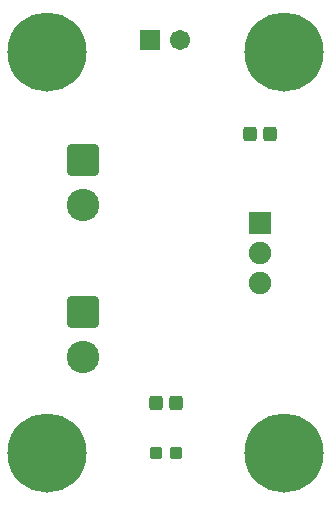
<source format=gts>
G04 Layer_Color=8388736*
%FSLAX25Y25*%
%MOIN*%
G70*
G01*
G75*
G04:AMPARAMS|DCode=23|XSize=47.37mil|YSize=43.43mil|CornerRadius=8.43mil|HoleSize=0mil|Usage=FLASHONLY|Rotation=90.000|XOffset=0mil|YOffset=0mil|HoleType=Round|Shape=RoundedRectangle|*
%AMROUNDEDRECTD23*
21,1,0.04737,0.02658,0,0,90.0*
21,1,0.03051,0.04343,0,0,90.0*
1,1,0.01686,0.01329,0.01526*
1,1,0.01686,0.01329,-0.01526*
1,1,0.01686,-0.01329,-0.01526*
1,1,0.01686,-0.01329,0.01526*
%
%ADD23ROUNDEDRECTD23*%
G04:AMPARAMS|DCode=24|XSize=39.5mil|YSize=39.5mil|CornerRadius=7.94mil|HoleSize=0mil|Usage=FLASHONLY|Rotation=180.000|XOffset=0mil|YOffset=0mil|HoleType=Round|Shape=RoundedRectangle|*
%AMROUNDEDRECTD24*
21,1,0.03950,0.02362,0,0,180.0*
21,1,0.02362,0.03950,0,0,180.0*
1,1,0.01587,-0.01181,0.01181*
1,1,0.01587,0.01181,0.01181*
1,1,0.01587,0.01181,-0.01181*
1,1,0.01587,-0.01181,-0.01181*
%
%ADD24ROUNDEDRECTD24*%
%ADD25R,0.06706X0.06706*%
%ADD26C,0.06706*%
%ADD27C,0.07493*%
%ADD28R,0.07493X0.07493*%
G04:AMPARAMS|DCode=29|XSize=108mil|YSize=108mil|CornerRadius=16.5mil|HoleSize=0mil|Usage=FLASHONLY|Rotation=180.000|XOffset=0mil|YOffset=0mil|HoleType=Round|Shape=RoundedRectangle|*
%AMROUNDEDRECTD29*
21,1,0.10800,0.07500,0,0,180.0*
21,1,0.07500,0.10800,0,0,180.0*
1,1,0.03300,-0.03750,0.03750*
1,1,0.03300,0.03750,0.03750*
1,1,0.03300,0.03750,-0.03750*
1,1,0.03300,-0.03750,-0.03750*
%
%ADD29ROUNDEDRECTD29*%
%ADD30C,0.10800*%
%ADD31C,0.26391*%
D23*
X87205Y125984D02*
D03*
X93898D02*
D03*
X62402Y36417D02*
D03*
X55709D02*
D03*
D24*
Y19685D02*
D03*
X62402D02*
D03*
D25*
X53976Y157480D02*
D03*
D26*
X63976D02*
D03*
D27*
X90551Y76614D02*
D03*
Y86614D02*
D03*
D28*
Y96614D02*
D03*
D29*
X31496Y66929D02*
D03*
Y117362D02*
D03*
D30*
Y51929D02*
D03*
Y102362D02*
D03*
D31*
X98425Y19685D02*
D03*
Y153543D02*
D03*
X19685D02*
D03*
Y19685D02*
D03*
M02*

</source>
